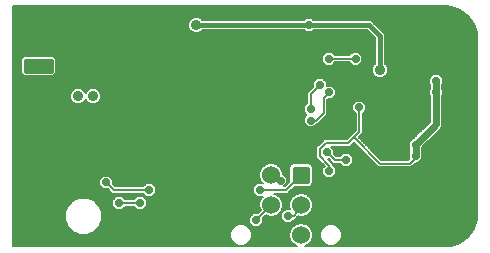
<source format=gbl>
G75*
G70*
%OFA0B0*%
%FSLAX24Y24*%
%IPPOS*%
%LPD*%
%AMOC8*
5,1,8,0,0,1.08239X$1,22.5*
%
%ADD10C,0.0180*%
%ADD11C,0.0600*%
%ADD12C,0.0150*%
%ADD13C,0.0060*%
%ADD14C,0.0278*%
%ADD15C,0.0357*%
%ADD16C,0.0240*%
%ADD17C,0.0160*%
D10*
X010164Y004586D02*
X010584Y004586D01*
X010584Y004166D01*
X010164Y004166D01*
X010164Y004586D01*
X010164Y004345D02*
X010584Y004345D01*
X010584Y004524D02*
X010164Y004524D01*
D11*
X009374Y004376D03*
X009374Y003376D03*
X010374Y003376D03*
X010374Y002376D03*
X009374Y002376D03*
D12*
X002049Y003826D02*
X002049Y004176D01*
X002049Y003826D02*
X001199Y003826D01*
X001199Y004176D01*
X002049Y004176D01*
X002049Y003975D02*
X001199Y003975D01*
X001199Y004124D02*
X002049Y004124D01*
X002049Y004826D02*
X002049Y005176D01*
X002049Y004826D02*
X001199Y004826D01*
X001199Y005176D01*
X002049Y005176D01*
X002049Y004975D02*
X001199Y004975D01*
X001199Y005124D02*
X002049Y005124D01*
X002049Y005826D02*
X002049Y006176D01*
X002049Y005826D02*
X001199Y005826D01*
X001199Y006176D01*
X002049Y006176D01*
X002049Y005975D02*
X001199Y005975D01*
X001199Y006124D02*
X002049Y006124D01*
X002049Y006826D02*
X002049Y007176D01*
X002049Y006826D02*
X001199Y006826D01*
X001199Y007176D01*
X002049Y007176D01*
X002049Y006975D02*
X001199Y006975D01*
X001199Y007124D02*
X002049Y007124D01*
X002049Y007826D02*
X002049Y008176D01*
X002049Y007826D02*
X001199Y007826D01*
X001199Y008176D01*
X002049Y008176D01*
X002049Y007975D02*
X001199Y007975D01*
X001199Y008124D02*
X002049Y008124D01*
D13*
X000754Y009996D02*
X000754Y002006D01*
X010248Y002006D01*
X010153Y002046D01*
X010043Y002155D01*
X009984Y002299D01*
X009984Y002454D01*
X010043Y002597D01*
X010153Y002707D01*
X010296Y002766D01*
X010451Y002766D01*
X010595Y002707D01*
X010704Y002597D01*
X010764Y002454D01*
X010764Y002299D01*
X010704Y002155D01*
X010595Y002046D01*
X010500Y002006D01*
X015191Y002006D01*
X015355Y002019D01*
X015668Y002121D01*
X015934Y002314D01*
X016127Y002580D01*
X016229Y002893D01*
X016242Y003057D01*
X016242Y008945D01*
X016229Y009110D01*
X016127Y009422D01*
X015934Y009688D01*
X015668Y009882D01*
X015355Y009983D01*
X015191Y009996D01*
X000754Y009996D01*
X000754Y009949D02*
X015460Y009949D01*
X015640Y009891D02*
X000754Y009891D01*
X000754Y009832D02*
X015736Y009832D01*
X015816Y009774D02*
X000754Y009774D01*
X000754Y009715D02*
X015897Y009715D01*
X015957Y009657D02*
X000754Y009657D01*
X000754Y009598D02*
X006716Y009598D01*
X006722Y009604D02*
X006646Y009528D01*
X006605Y009430D01*
X006605Y009323D01*
X006646Y009224D01*
X006722Y009149D01*
X006820Y009108D01*
X006927Y009108D01*
X007026Y009149D01*
X007083Y009206D01*
X010470Y009206D01*
X010529Y009147D01*
X010719Y009147D01*
X010778Y009206D01*
X012553Y009206D01*
X012829Y008931D01*
X012829Y008086D01*
X012771Y008028D01*
X012730Y007930D01*
X012730Y007823D01*
X012771Y007724D01*
X012847Y007649D01*
X012945Y007608D01*
X013052Y007608D01*
X013151Y007649D01*
X013226Y007724D01*
X013267Y007823D01*
X013267Y007930D01*
X013226Y008028D01*
X013169Y008086D01*
X013169Y009072D01*
X012794Y009447D01*
X012694Y009546D01*
X010778Y009546D01*
X010719Y009605D01*
X010529Y009605D01*
X010470Y009546D01*
X007083Y009546D01*
X007026Y009604D01*
X006927Y009645D01*
X006820Y009645D01*
X006722Y009604D01*
X006658Y009540D02*
X000754Y009540D01*
X000754Y009481D02*
X006627Y009481D01*
X006605Y009423D02*
X000754Y009423D01*
X000754Y009364D02*
X006605Y009364D01*
X006612Y009306D02*
X000754Y009306D01*
X000754Y009247D02*
X006637Y009247D01*
X006682Y009189D02*
X000754Y009189D01*
X000754Y009130D02*
X006766Y009130D01*
X006981Y009130D02*
X012629Y009130D01*
X012688Y009072D02*
X000754Y009072D01*
X000754Y009013D02*
X012746Y009013D01*
X012805Y008955D02*
X000754Y008955D01*
X000754Y008896D02*
X012829Y008896D01*
X012829Y008838D02*
X000754Y008838D01*
X000754Y008779D02*
X012829Y008779D01*
X012829Y008721D02*
X000754Y008721D01*
X000754Y008662D02*
X012829Y008662D01*
X012829Y008604D02*
X000754Y008604D01*
X000754Y008545D02*
X012829Y008545D01*
X012829Y008487D02*
X000754Y008487D01*
X000754Y008428D02*
X011164Y008428D01*
X011216Y008480D02*
X011082Y008346D01*
X011082Y008156D01*
X011216Y008022D01*
X011406Y008022D01*
X011515Y008131D01*
X011982Y008131D01*
X012091Y008022D01*
X012281Y008022D01*
X012415Y008156D01*
X012415Y008346D01*
X012281Y008480D01*
X012091Y008480D01*
X011982Y008371D01*
X011515Y008371D01*
X011406Y008480D01*
X011216Y008480D01*
X011106Y008370D02*
X000754Y008370D01*
X000754Y008311D02*
X001100Y008311D01*
X001130Y008341D02*
X001034Y008245D01*
X001034Y007758D01*
X001130Y007661D01*
X002117Y007661D01*
X002214Y007758D01*
X002214Y008245D01*
X002117Y008341D01*
X001130Y008341D01*
X001042Y008253D02*
X000754Y008253D01*
X000754Y008194D02*
X001034Y008194D01*
X001034Y008136D02*
X000754Y008136D01*
X000754Y008077D02*
X001034Y008077D01*
X001034Y008019D02*
X000754Y008019D01*
X000754Y007960D02*
X001034Y007960D01*
X001034Y007902D02*
X000754Y007902D01*
X000754Y007843D02*
X001034Y007843D01*
X001034Y007785D02*
X000754Y007785D01*
X000754Y007726D02*
X001065Y007726D01*
X001124Y007668D02*
X000754Y007668D01*
X000754Y007609D02*
X012942Y007609D01*
X013056Y007609D02*
X014658Y007609D01*
X014645Y007596D02*
X014645Y007406D01*
X014664Y007387D01*
X014664Y007240D01*
X014645Y007221D01*
X014645Y007031D01*
X014664Y007012D01*
X014664Y006151D01*
X014118Y005605D01*
X014091Y005605D01*
X013957Y005471D01*
X013957Y005281D01*
X013976Y005262D01*
X013976Y005115D01*
X013957Y005096D01*
X013957Y004906D01*
X013971Y004893D01*
X013949Y004871D01*
X013048Y004871D01*
X012293Y005626D01*
X012361Y005694D01*
X012431Y005764D01*
X012431Y006422D01*
X012540Y006531D01*
X012540Y006721D01*
X012406Y006855D01*
X012216Y006855D01*
X012082Y006721D01*
X012082Y006531D01*
X012191Y006422D01*
X012191Y005864D01*
X012074Y005746D01*
X012004Y005676D01*
X011887Y005559D01*
X011137Y005559D01*
X011066Y005489D01*
X010879Y005301D01*
X010879Y004952D01*
X010949Y004881D01*
X011158Y004672D01*
X011082Y004596D01*
X011082Y004406D01*
X011216Y004272D01*
X011406Y004272D01*
X011540Y004406D01*
X011540Y004596D01*
X011431Y004705D01*
X011431Y004739D01*
X011273Y004897D01*
X011308Y004897D01*
X011449Y004756D01*
X011670Y004756D01*
X011779Y004647D01*
X011969Y004647D01*
X012103Y004781D01*
X012103Y004971D01*
X011969Y005105D01*
X011779Y005105D01*
X011670Y004996D01*
X011548Y004996D01*
X011478Y005067D01*
X011478Y005221D01*
X011380Y005319D01*
X011986Y005319D01*
X012124Y005457D01*
X012949Y004631D01*
X014048Y004631D01*
X014119Y004702D01*
X014189Y004772D01*
X014281Y004772D01*
X014415Y004906D01*
X014415Y005096D01*
X014396Y005115D01*
X014396Y005262D01*
X014415Y005281D01*
X014415Y005308D01*
X014961Y005854D01*
X015084Y005977D01*
X015084Y007012D01*
X015103Y007031D01*
X015103Y007221D01*
X015084Y007240D01*
X015084Y007387D01*
X015103Y007406D01*
X015103Y007596D01*
X014969Y007730D01*
X014779Y007730D01*
X014645Y007596D01*
X014645Y007551D02*
X011148Y007551D01*
X011094Y007605D02*
X010904Y007605D01*
X010770Y007471D01*
X010770Y007317D01*
X010566Y007114D01*
X010566Y006768D01*
X010457Y006659D01*
X010457Y006469D01*
X010550Y006376D01*
X010457Y006284D01*
X010457Y006094D01*
X010591Y005960D01*
X010781Y005960D01*
X010890Y006069D01*
X010923Y006069D01*
X011173Y006319D01*
X011244Y006389D01*
X011244Y006889D01*
X011252Y006897D01*
X011406Y006897D01*
X011540Y007031D01*
X011540Y007221D01*
X011406Y007355D01*
X011228Y007355D01*
X011228Y007471D01*
X011094Y007605D01*
X011207Y007492D02*
X014645Y007492D01*
X014645Y007434D02*
X011228Y007434D01*
X011228Y007375D02*
X014664Y007375D01*
X014664Y007317D02*
X011445Y007317D01*
X011503Y007258D02*
X014664Y007258D01*
X014645Y007200D02*
X011540Y007200D01*
X011540Y007141D02*
X014645Y007141D01*
X014645Y007083D02*
X011540Y007083D01*
X011533Y007024D02*
X014652Y007024D01*
X014664Y006966D02*
X011475Y006966D01*
X011416Y006907D02*
X014664Y006907D01*
X014664Y006849D02*
X012413Y006849D01*
X012471Y006790D02*
X014664Y006790D01*
X014664Y006732D02*
X012530Y006732D01*
X012540Y006673D02*
X014664Y006673D01*
X014664Y006615D02*
X012540Y006615D01*
X012540Y006556D02*
X014664Y006556D01*
X014664Y006498D02*
X012507Y006498D01*
X012448Y006439D02*
X014664Y006439D01*
X014664Y006381D02*
X012431Y006381D01*
X012431Y006322D02*
X014664Y006322D01*
X014664Y006264D02*
X012431Y006264D01*
X012431Y006205D02*
X014664Y006205D01*
X014660Y006147D02*
X012431Y006147D01*
X012431Y006088D02*
X014601Y006088D01*
X014543Y006030D02*
X012431Y006030D01*
X012431Y005971D02*
X014484Y005971D01*
X014426Y005913D02*
X012431Y005913D01*
X012431Y005854D02*
X014367Y005854D01*
X014309Y005796D02*
X012431Y005796D01*
X012404Y005737D02*
X014250Y005737D01*
X014192Y005679D02*
X012346Y005679D01*
X012299Y005620D02*
X014133Y005620D01*
X014048Y005562D02*
X012358Y005562D01*
X012416Y005503D02*
X013989Y005503D01*
X013957Y005445D02*
X012475Y005445D01*
X012533Y005386D02*
X013957Y005386D01*
X013957Y005328D02*
X012592Y005328D01*
X012650Y005269D02*
X013969Y005269D01*
X013976Y005211D02*
X012709Y005211D01*
X012767Y005152D02*
X013976Y005152D01*
X013957Y005094D02*
X012826Y005094D01*
X012884Y005035D02*
X013957Y005035D01*
X013957Y004977D02*
X012943Y004977D01*
X013001Y004918D02*
X013957Y004918D01*
X013999Y004751D02*
X012999Y004751D01*
X012124Y005626D01*
X012311Y005814D01*
X012311Y006626D01*
X012082Y006615D02*
X011244Y006615D01*
X011244Y006673D02*
X012082Y006673D01*
X012093Y006732D02*
X011244Y006732D01*
X011244Y006790D02*
X012151Y006790D01*
X012210Y006849D02*
X011244Y006849D01*
X011124Y006939D02*
X011311Y007126D01*
X011124Y006939D02*
X011124Y006439D01*
X010874Y006189D01*
X010686Y006189D01*
X010521Y006030D02*
X000754Y006030D01*
X000754Y006088D02*
X010463Y006088D01*
X010457Y006147D02*
X000754Y006147D01*
X000754Y006205D02*
X010457Y006205D01*
X010457Y006264D02*
X000754Y006264D01*
X000754Y006322D02*
X010496Y006322D01*
X010545Y006381D02*
X000754Y006381D01*
X000754Y006439D02*
X010487Y006439D01*
X010457Y006498D02*
X000754Y006498D01*
X000754Y006556D02*
X010457Y006556D01*
X010457Y006615D02*
X000754Y006615D01*
X000754Y006673D02*
X010472Y006673D01*
X010530Y006732D02*
X000754Y006732D01*
X000754Y006790D02*
X002768Y006790D01*
X002784Y006774D02*
X002883Y006733D01*
X002990Y006733D01*
X003088Y006774D01*
X003164Y006849D01*
X003186Y006903D01*
X003209Y006849D01*
X003163Y006849D01*
X003209Y006849D02*
X003284Y006774D01*
X003383Y006733D01*
X003490Y006733D01*
X003588Y006774D01*
X003664Y006849D01*
X003705Y006948D01*
X003705Y007055D01*
X003664Y007153D01*
X003588Y007229D01*
X003490Y007270D01*
X003383Y007270D01*
X003284Y007229D01*
X003209Y007153D01*
X003186Y007099D01*
X003164Y007153D01*
X003088Y007229D01*
X002990Y007270D01*
X002883Y007270D01*
X002784Y007229D01*
X002709Y007153D01*
X002668Y007055D01*
X002668Y006948D01*
X002709Y006849D01*
X000754Y006849D01*
X000754Y006907D02*
X002685Y006907D01*
X002668Y006966D02*
X000754Y006966D01*
X000754Y007024D02*
X002668Y007024D01*
X002679Y007083D02*
X000754Y007083D01*
X000754Y007141D02*
X002704Y007141D01*
X002755Y007200D02*
X000754Y007200D01*
X000754Y007258D02*
X002855Y007258D01*
X003017Y007258D02*
X003355Y007258D01*
X003255Y007200D02*
X003117Y007200D01*
X003169Y007141D02*
X003204Y007141D01*
X003517Y007258D02*
X010711Y007258D01*
X010653Y007200D02*
X003617Y007200D01*
X003669Y007141D02*
X010594Y007141D01*
X010566Y007083D02*
X003693Y007083D01*
X003705Y007024D02*
X010566Y007024D01*
X010566Y006966D02*
X003705Y006966D01*
X003688Y006907D02*
X010566Y006907D01*
X010566Y006849D02*
X003663Y006849D01*
X003605Y006790D02*
X010566Y006790D01*
X010686Y006564D02*
X010686Y007064D01*
X010999Y007376D01*
X010770Y007375D02*
X000754Y007375D01*
X000754Y007317D02*
X010770Y007317D01*
X010770Y007434D02*
X000754Y007434D01*
X000754Y007492D02*
X010791Y007492D01*
X010849Y007551D02*
X000754Y007551D01*
X001624Y008001D02*
X001874Y008001D01*
X002214Y008019D02*
X012767Y008019D01*
X012743Y007960D02*
X002214Y007960D01*
X002214Y007902D02*
X012730Y007902D01*
X012730Y007843D02*
X002214Y007843D01*
X002214Y007785D02*
X012746Y007785D01*
X012770Y007726D02*
X002182Y007726D01*
X002124Y007668D02*
X012828Y007668D01*
X013170Y007668D02*
X014716Y007668D01*
X014775Y007726D02*
X013227Y007726D01*
X013251Y007785D02*
X016242Y007785D01*
X016242Y007843D02*
X013267Y007843D01*
X013267Y007902D02*
X016242Y007902D01*
X016242Y007960D02*
X013254Y007960D01*
X013230Y008019D02*
X016242Y008019D01*
X016242Y008077D02*
X013177Y008077D01*
X013169Y008136D02*
X016242Y008136D01*
X016242Y008194D02*
X013169Y008194D01*
X013169Y008253D02*
X016242Y008253D01*
X016242Y008311D02*
X013169Y008311D01*
X013169Y008370D02*
X016242Y008370D01*
X016242Y008428D02*
X013169Y008428D01*
X013169Y008487D02*
X016242Y008487D01*
X016242Y008545D02*
X013169Y008545D01*
X013169Y008604D02*
X016242Y008604D01*
X016242Y008662D02*
X013169Y008662D01*
X013169Y008721D02*
X016242Y008721D01*
X016242Y008779D02*
X013169Y008779D01*
X013169Y008838D02*
X016242Y008838D01*
X016242Y008896D02*
X013169Y008896D01*
X013169Y008955D02*
X016241Y008955D01*
X016236Y009013D02*
X013169Y009013D01*
X013169Y009072D02*
X016232Y009072D01*
X016222Y009130D02*
X013110Y009130D01*
X013052Y009189D02*
X016203Y009189D01*
X016184Y009247D02*
X012993Y009247D01*
X012935Y009306D02*
X016165Y009306D01*
X016146Y009364D02*
X012876Y009364D01*
X012818Y009423D02*
X016127Y009423D01*
X016084Y009481D02*
X012759Y009481D01*
X012701Y009540D02*
X016042Y009540D01*
X015999Y009598D02*
X010726Y009598D01*
X010522Y009598D02*
X007031Y009598D01*
X007066Y009189D02*
X010487Y009189D01*
X010760Y009189D02*
X012571Y009189D01*
X012333Y008428D02*
X012829Y008428D01*
X012829Y008370D02*
X012392Y008370D01*
X012415Y008311D02*
X012829Y008311D01*
X012829Y008253D02*
X012415Y008253D01*
X012415Y008194D02*
X012829Y008194D01*
X012829Y008136D02*
X012395Y008136D01*
X012336Y008077D02*
X012820Y008077D01*
X012186Y008251D02*
X011311Y008251D01*
X011082Y008253D02*
X002206Y008253D01*
X002214Y008194D02*
X011082Y008194D01*
X011103Y008136D02*
X002214Y008136D01*
X002214Y008077D02*
X011161Y008077D01*
X011082Y008311D02*
X002147Y008311D01*
X002709Y006849D02*
X002784Y006774D01*
X003105Y006790D02*
X003268Y006790D01*
X000754Y005971D02*
X010580Y005971D01*
X010793Y005971D02*
X012191Y005971D01*
X012191Y005913D02*
X000754Y005913D01*
X000754Y005854D02*
X012182Y005854D01*
X012124Y005796D02*
X000754Y005796D01*
X000754Y005737D02*
X012065Y005737D01*
X012074Y005746D02*
X012074Y005746D01*
X012007Y005679D02*
X000754Y005679D01*
X000754Y005620D02*
X011948Y005620D01*
X012004Y005676D02*
X012004Y005676D01*
X012124Y005626D02*
X011936Y005439D01*
X011186Y005439D01*
X010999Y005251D01*
X010999Y005001D01*
X011311Y004689D01*
X011311Y004501D01*
X011155Y004333D02*
X010764Y004333D01*
X010764Y004275D02*
X011214Y004275D01*
X011097Y004392D02*
X010764Y004392D01*
X010764Y004450D02*
X011082Y004450D01*
X011082Y004509D02*
X010764Y004509D01*
X010764Y004567D02*
X011082Y004567D01*
X011112Y004626D02*
X010764Y004626D01*
X010764Y004661D02*
X010658Y004766D01*
X010089Y004766D01*
X009984Y004661D01*
X009984Y004156D01*
X009824Y003996D01*
X009818Y003996D01*
X009915Y004094D01*
X009915Y004284D01*
X009781Y004418D01*
X009764Y004418D01*
X009764Y004454D01*
X009704Y004597D01*
X009595Y004707D01*
X009451Y004766D01*
X009296Y004766D01*
X009153Y004707D01*
X009043Y004597D01*
X008984Y004454D01*
X008984Y004299D01*
X009043Y004155D01*
X009093Y004105D01*
X008904Y004105D01*
X008770Y003971D01*
X008770Y003781D01*
X008904Y003647D01*
X009093Y003647D01*
X009043Y003597D01*
X008984Y003454D01*
X008984Y003299D01*
X009026Y003198D01*
X008933Y003105D01*
X008779Y003105D01*
X008645Y002971D01*
X008645Y002781D01*
X008779Y002647D01*
X008969Y002647D01*
X009103Y002781D01*
X009103Y002936D01*
X009195Y003028D01*
X009296Y002986D01*
X009451Y002986D01*
X009595Y003046D01*
X009704Y003155D01*
X009764Y003299D01*
X009764Y003454D01*
X009704Y003597D01*
X009595Y003707D01*
X009475Y003756D01*
X009923Y003756D01*
X009994Y003827D01*
X010153Y003986D01*
X010658Y003986D01*
X010764Y004092D01*
X010764Y004661D01*
X010740Y004684D02*
X011146Y004684D01*
X011088Y004743D02*
X010682Y004743D01*
X010912Y004918D02*
X000754Y004918D01*
X000754Y004860D02*
X010971Y004860D01*
X011029Y004801D02*
X000754Y004801D01*
X000754Y004743D02*
X009239Y004743D01*
X009130Y004684D02*
X000754Y004684D01*
X000754Y004626D02*
X009072Y004626D01*
X009031Y004567D02*
X000754Y004567D01*
X000754Y004509D02*
X009007Y004509D01*
X008984Y004450D02*
X000754Y004450D01*
X000754Y004392D02*
X008984Y004392D01*
X008984Y004333D02*
X003991Y004333D01*
X003969Y004355D02*
X003779Y004355D01*
X003645Y004221D01*
X003645Y004031D01*
X003779Y003897D01*
X003933Y003897D01*
X004074Y003756D01*
X005107Y003756D01*
X005216Y003647D01*
X005406Y003647D01*
X005540Y003781D01*
X005540Y003971D01*
X005406Y004105D01*
X005216Y004105D01*
X005107Y003996D01*
X004173Y003996D01*
X004103Y004067D01*
X004103Y004221D01*
X003969Y004355D01*
X004049Y004275D02*
X008994Y004275D01*
X009018Y004216D02*
X004103Y004216D01*
X004103Y004158D02*
X009042Y004158D01*
X008898Y004099D02*
X005412Y004099D01*
X005471Y004041D02*
X008839Y004041D01*
X008781Y003982D02*
X005529Y003982D01*
X005540Y003924D02*
X008770Y003924D01*
X008770Y003865D02*
X005540Y003865D01*
X005540Y003807D02*
X008770Y003807D01*
X008803Y003748D02*
X005507Y003748D01*
X005449Y003690D02*
X008861Y003690D01*
X009033Y003573D02*
X005189Y003573D01*
X005228Y003534D02*
X005094Y003668D01*
X004904Y003668D01*
X004795Y003559D01*
X004515Y003559D01*
X004406Y003668D01*
X004216Y003668D01*
X004082Y003534D01*
X004082Y003344D01*
X004216Y003210D01*
X004406Y003210D01*
X004515Y003319D01*
X004795Y003319D01*
X004904Y003210D01*
X005094Y003210D01*
X005228Y003344D01*
X005228Y003534D01*
X005228Y003514D02*
X009009Y003514D01*
X008985Y003456D02*
X005228Y003456D01*
X005228Y003397D02*
X008984Y003397D01*
X008984Y003339D02*
X005223Y003339D01*
X005164Y003280D02*
X008991Y003280D01*
X009016Y003222D02*
X005106Y003222D01*
X004892Y003222D02*
X004418Y003222D01*
X004477Y003280D02*
X004833Y003280D01*
X004999Y003439D02*
X004311Y003439D01*
X004146Y003280D02*
X003682Y003280D01*
X003706Y003222D02*
X004204Y003222D01*
X004087Y003339D02*
X003657Y003339D01*
X003651Y003354D02*
X003476Y003529D01*
X003248Y003623D01*
X003000Y003623D01*
X002771Y003529D01*
X002596Y003354D01*
X002502Y003125D01*
X002502Y002878D01*
X002596Y002649D01*
X002771Y002474D01*
X003000Y002379D01*
X003248Y002379D01*
X003476Y002474D01*
X003651Y002649D01*
X003746Y002878D01*
X003746Y003125D01*
X003651Y003354D01*
X003608Y003397D02*
X004082Y003397D01*
X004082Y003456D02*
X003549Y003456D01*
X003491Y003514D02*
X004082Y003514D01*
X004121Y003573D02*
X003370Y003573D01*
X002878Y003573D02*
X000754Y003573D01*
X000754Y003631D02*
X004180Y003631D01*
X004443Y003631D02*
X004867Y003631D01*
X004809Y003573D02*
X004501Y003573D01*
X004124Y003876D02*
X003874Y004126D01*
X003698Y004275D02*
X000754Y004275D01*
X000754Y004333D02*
X003757Y004333D01*
X003645Y004216D02*
X000754Y004216D01*
X000754Y004158D02*
X003645Y004158D01*
X003645Y004099D02*
X000754Y004099D01*
X000754Y004041D02*
X003645Y004041D01*
X003694Y003982D02*
X000754Y003982D01*
X000754Y003924D02*
X003752Y003924D01*
X003965Y003865D02*
X000754Y003865D01*
X000754Y003807D02*
X004024Y003807D01*
X004124Y003876D02*
X005311Y003876D01*
X005174Y003690D02*
X000754Y003690D01*
X000754Y003748D02*
X005115Y003748D01*
X005130Y003631D02*
X009077Y003631D01*
X008999Y003876D02*
X009874Y003876D01*
X010374Y004376D01*
X009984Y004392D02*
X009807Y004392D01*
X009764Y004450D02*
X009984Y004450D01*
X009984Y004509D02*
X009741Y004509D01*
X009717Y004567D02*
X009984Y004567D01*
X009984Y004626D02*
X009676Y004626D01*
X009617Y004684D02*
X010007Y004684D01*
X010066Y004743D02*
X009508Y004743D01*
X009499Y004376D02*
X009374Y004376D01*
X009499Y004376D02*
X009686Y004189D01*
X009862Y004041D02*
X009869Y004041D01*
X009915Y004099D02*
X009927Y004099D01*
X009915Y004158D02*
X009984Y004158D01*
X009984Y004216D02*
X009915Y004216D01*
X009915Y004275D02*
X009984Y004275D01*
X009984Y004333D02*
X009866Y004333D01*
X010149Y003982D02*
X016242Y003982D01*
X016242Y003924D02*
X010091Y003924D01*
X010032Y003865D02*
X016242Y003865D01*
X016242Y003807D02*
X009974Y003807D01*
X010136Y003690D02*
X009612Y003690D01*
X009670Y003631D02*
X010077Y003631D01*
X010043Y003597D02*
X009984Y003454D01*
X009984Y003299D01*
X010012Y003230D01*
X009841Y003230D01*
X009707Y003096D01*
X009707Y002906D01*
X009841Y002772D01*
X010031Y002772D01*
X010140Y002881D01*
X010173Y002881D01*
X010180Y002888D01*
X010190Y002890D01*
X010215Y002923D01*
X010244Y002952D01*
X010244Y002961D01*
X010270Y002997D01*
X010296Y002986D01*
X010451Y002986D01*
X010595Y003046D01*
X010704Y003155D01*
X010764Y003299D01*
X010764Y003454D01*
X010704Y003597D01*
X010595Y003707D01*
X010451Y003766D01*
X010296Y003766D01*
X010153Y003707D01*
X010043Y003597D01*
X010033Y003573D02*
X009714Y003573D01*
X009739Y003514D02*
X010009Y003514D01*
X009985Y003456D02*
X009763Y003456D01*
X009764Y003397D02*
X009984Y003397D01*
X009984Y003339D02*
X009764Y003339D01*
X009756Y003280D02*
X009991Y003280D01*
X009833Y003222D02*
X009732Y003222D01*
X009708Y003163D02*
X009774Y003163D01*
X009716Y003105D02*
X009654Y003105D01*
X009707Y003046D02*
X009595Y003046D01*
X009707Y002988D02*
X009455Y002988D01*
X009293Y002988D02*
X009155Y002988D01*
X009103Y002929D02*
X009707Y002929D01*
X009743Y002871D02*
X009103Y002871D01*
X009103Y002812D02*
X009801Y002812D01*
X009936Y003001D02*
X010124Y003001D01*
X010311Y003251D01*
X010374Y003189D01*
X010374Y003376D01*
X010654Y003105D02*
X016242Y003105D01*
X016242Y003163D02*
X010708Y003163D01*
X010732Y003222D02*
X016242Y003222D01*
X016242Y003280D02*
X010756Y003280D01*
X010764Y003339D02*
X016242Y003339D01*
X016242Y003397D02*
X010764Y003397D01*
X010763Y003456D02*
X016242Y003456D01*
X016242Y003514D02*
X010739Y003514D01*
X010714Y003573D02*
X016242Y003573D01*
X016242Y003631D02*
X010670Y003631D01*
X010612Y003690D02*
X016242Y003690D01*
X016242Y003748D02*
X010495Y003748D01*
X010253Y003748D02*
X009495Y003748D01*
X009374Y003376D02*
X008874Y002876D01*
X008645Y002871D02*
X003743Y002871D01*
X003746Y002929D02*
X008645Y002929D01*
X008661Y002988D02*
X003746Y002988D01*
X003746Y003046D02*
X008720Y003046D01*
X008778Y003105D02*
X003746Y003105D01*
X003730Y003163D02*
X008991Y003163D01*
X009075Y002754D02*
X010266Y002754D01*
X010141Y002695D02*
X009017Y002695D01*
X008731Y002695D02*
X008561Y002695D01*
X008581Y002687D02*
X008447Y002743D01*
X008301Y002743D01*
X008166Y002687D01*
X008063Y002584D01*
X008008Y002449D01*
X008008Y002304D01*
X008063Y002169D01*
X008166Y002066D01*
X008301Y002010D01*
X008447Y002010D01*
X008581Y002066D01*
X008684Y002169D01*
X010038Y002169D01*
X010013Y002227D02*
X008708Y002227D01*
X008684Y002169D02*
X008740Y002304D01*
X008740Y002449D01*
X008684Y002584D01*
X008581Y002687D01*
X008631Y002637D02*
X010083Y002637D01*
X010035Y002578D02*
X008686Y002578D01*
X008711Y002520D02*
X010011Y002520D01*
X009987Y002461D02*
X008735Y002461D01*
X008740Y002403D02*
X009984Y002403D01*
X009984Y002344D02*
X008740Y002344D01*
X008733Y002286D02*
X009989Y002286D01*
X010088Y002110D02*
X008626Y002110D01*
X008547Y002052D02*
X010147Y002052D01*
X010601Y002052D02*
X011200Y002052D01*
X011166Y002066D02*
X011301Y002010D01*
X011447Y002010D01*
X011581Y002066D01*
X011684Y002169D01*
X015734Y002169D01*
X015814Y002227D02*
X011708Y002227D01*
X011684Y002169D02*
X011740Y002304D01*
X011740Y002449D01*
X011684Y002584D01*
X011581Y002687D01*
X011447Y002743D01*
X011301Y002743D01*
X011166Y002687D01*
X011063Y002584D01*
X011008Y002449D01*
X011008Y002304D01*
X011063Y002169D01*
X011166Y002066D01*
X011122Y002110D02*
X010659Y002110D01*
X010710Y002169D02*
X011063Y002169D01*
X011039Y002227D02*
X010734Y002227D01*
X010758Y002286D02*
X011015Y002286D01*
X011008Y002344D02*
X010764Y002344D01*
X010764Y002403D02*
X011008Y002403D01*
X011013Y002461D02*
X010761Y002461D01*
X010736Y002520D02*
X011037Y002520D01*
X011061Y002578D02*
X010712Y002578D01*
X010665Y002637D02*
X011116Y002637D01*
X011187Y002695D02*
X010606Y002695D01*
X010481Y002754D02*
X016184Y002754D01*
X016203Y002812D02*
X010071Y002812D01*
X010130Y002871D02*
X016222Y002871D01*
X016232Y002929D02*
X010221Y002929D01*
X010264Y002988D02*
X010293Y002988D01*
X010455Y002988D02*
X016236Y002988D01*
X016241Y003046D02*
X010595Y003046D01*
X011561Y002695D02*
X016165Y002695D01*
X016146Y002637D02*
X011631Y002637D01*
X011686Y002578D02*
X016126Y002578D01*
X016083Y002520D02*
X011711Y002520D01*
X011735Y002461D02*
X016041Y002461D01*
X015998Y002403D02*
X011740Y002403D01*
X011740Y002344D02*
X015956Y002344D01*
X015895Y002286D02*
X011733Y002286D01*
X011626Y002110D02*
X015635Y002110D01*
X015455Y002052D02*
X011547Y002052D01*
X010713Y004041D02*
X016242Y004041D01*
X016242Y004099D02*
X010764Y004099D01*
X010764Y004158D02*
X016242Y004158D01*
X016242Y004216D02*
X010764Y004216D01*
X011409Y004275D02*
X016242Y004275D01*
X016242Y004333D02*
X011467Y004333D01*
X011526Y004392D02*
X016242Y004392D01*
X016242Y004450D02*
X011540Y004450D01*
X011540Y004509D02*
X016242Y004509D01*
X016242Y004567D02*
X011540Y004567D01*
X011511Y004626D02*
X016242Y004626D01*
X016242Y004684D02*
X014101Y004684D01*
X014160Y004743D02*
X016242Y004743D01*
X016242Y004801D02*
X014310Y004801D01*
X014369Y004860D02*
X016242Y004860D01*
X016242Y004918D02*
X014415Y004918D01*
X014415Y004977D02*
X016242Y004977D01*
X016242Y005035D02*
X014415Y005035D01*
X014415Y005094D02*
X016242Y005094D01*
X016242Y005152D02*
X014396Y005152D01*
X014396Y005211D02*
X016242Y005211D01*
X016242Y005269D02*
X014403Y005269D01*
X014435Y005328D02*
X016242Y005328D01*
X016242Y005386D02*
X014493Y005386D01*
X014552Y005445D02*
X016242Y005445D01*
X016242Y005503D02*
X014610Y005503D01*
X014669Y005562D02*
X016242Y005562D01*
X016242Y005620D02*
X014727Y005620D01*
X014786Y005679D02*
X016242Y005679D01*
X016242Y005737D02*
X014844Y005737D01*
X014903Y005796D02*
X016242Y005796D01*
X016242Y005854D02*
X014961Y005854D01*
X015020Y005913D02*
X016242Y005913D01*
X016242Y005971D02*
X015078Y005971D01*
X015084Y006030D02*
X016242Y006030D01*
X016242Y006088D02*
X015084Y006088D01*
X015084Y006147D02*
X016242Y006147D01*
X016242Y006205D02*
X015084Y006205D01*
X015084Y006264D02*
X016242Y006264D01*
X016242Y006322D02*
X015084Y006322D01*
X015084Y006381D02*
X016242Y006381D01*
X016242Y006439D02*
X015084Y006439D01*
X015084Y006498D02*
X016242Y006498D01*
X016242Y006556D02*
X015084Y006556D01*
X015084Y006615D02*
X016242Y006615D01*
X016242Y006673D02*
X015084Y006673D01*
X015084Y006732D02*
X016242Y006732D01*
X016242Y006790D02*
X015084Y006790D01*
X015084Y006849D02*
X016242Y006849D01*
X016242Y006907D02*
X015084Y006907D01*
X015084Y006966D02*
X016242Y006966D01*
X016242Y007024D02*
X015096Y007024D01*
X015103Y007083D02*
X016242Y007083D01*
X016242Y007141D02*
X015103Y007141D01*
X015103Y007200D02*
X016242Y007200D01*
X016242Y007258D02*
X015084Y007258D01*
X015084Y007317D02*
X016242Y007317D01*
X016242Y007375D02*
X015084Y007375D01*
X015103Y007434D02*
X016242Y007434D01*
X016242Y007492D02*
X015103Y007492D01*
X015103Y007551D02*
X016242Y007551D01*
X016242Y007609D02*
X015090Y007609D01*
X015031Y007668D02*
X016242Y007668D01*
X016242Y007726D02*
X014973Y007726D01*
X014874Y007564D02*
X014874Y007501D01*
X014186Y005376D02*
X014186Y004939D01*
X013999Y004751D01*
X012896Y004684D02*
X012006Y004684D01*
X012064Y004743D02*
X012838Y004743D01*
X012779Y004801D02*
X012103Y004801D01*
X012103Y004860D02*
X012721Y004860D01*
X012662Y004918D02*
X012103Y004918D01*
X012097Y004977D02*
X012604Y004977D01*
X012545Y005035D02*
X012039Y005035D01*
X011980Y005094D02*
X012487Y005094D01*
X012428Y005152D02*
X011478Y005152D01*
X011478Y005094D02*
X011767Y005094D01*
X011709Y005035D02*
X011509Y005035D01*
X011499Y004876D02*
X011249Y005126D01*
X011430Y005269D02*
X012311Y005269D01*
X012370Y005211D02*
X011478Y005211D01*
X011081Y005503D02*
X000754Y005503D01*
X000754Y005445D02*
X011023Y005445D01*
X010964Y005386D02*
X000754Y005386D01*
X000754Y005328D02*
X010906Y005328D01*
X010879Y005269D02*
X000754Y005269D01*
X000754Y005211D02*
X010879Y005211D01*
X010879Y005152D02*
X000754Y005152D01*
X000754Y005094D02*
X010879Y005094D01*
X010879Y005035D02*
X000754Y005035D01*
X000754Y004977D02*
X010879Y004977D01*
X011310Y004860D02*
X011346Y004860D01*
X011368Y004801D02*
X011404Y004801D01*
X011427Y004743D02*
X011683Y004743D01*
X011742Y004684D02*
X011452Y004684D01*
X011499Y004876D02*
X011874Y004876D01*
X011995Y005328D02*
X012253Y005328D01*
X012194Y005386D02*
X012053Y005386D01*
X012112Y005445D02*
X012136Y005445D01*
X011890Y005562D02*
X000754Y005562D01*
X000754Y003514D02*
X002757Y003514D01*
X002698Y003456D02*
X000754Y003456D01*
X000754Y003397D02*
X002640Y003397D01*
X002590Y003339D02*
X000754Y003339D01*
X000754Y003280D02*
X002566Y003280D01*
X002542Y003222D02*
X000754Y003222D01*
X000754Y003163D02*
X002517Y003163D01*
X002502Y003105D02*
X000754Y003105D01*
X000754Y003046D02*
X002502Y003046D01*
X002502Y002988D02*
X000754Y002988D01*
X000754Y002929D02*
X002502Y002929D01*
X002504Y002871D02*
X000754Y002871D01*
X000754Y002812D02*
X002529Y002812D01*
X002553Y002754D02*
X000754Y002754D01*
X000754Y002695D02*
X002577Y002695D01*
X002608Y002637D02*
X000754Y002637D01*
X000754Y002578D02*
X002667Y002578D01*
X002725Y002520D02*
X000754Y002520D01*
X000754Y002461D02*
X002802Y002461D01*
X002943Y002403D02*
X000754Y002403D01*
X000754Y002344D02*
X008008Y002344D01*
X008015Y002286D02*
X000754Y002286D01*
X000754Y002227D02*
X008039Y002227D01*
X008063Y002169D02*
X000754Y002169D01*
X000754Y002110D02*
X008122Y002110D01*
X008200Y002052D02*
X000754Y002052D01*
X003305Y002403D02*
X008008Y002403D01*
X008013Y002461D02*
X003446Y002461D01*
X003522Y002520D02*
X008037Y002520D01*
X008061Y002578D02*
X003581Y002578D01*
X003639Y002637D02*
X008116Y002637D01*
X008187Y002695D02*
X003670Y002695D01*
X003695Y002754D02*
X008672Y002754D01*
X008645Y002812D02*
X003719Y002812D01*
X004129Y004041D02*
X005152Y004041D01*
X005210Y004099D02*
X004103Y004099D01*
X010851Y006030D02*
X012191Y006030D01*
X012191Y006088D02*
X010943Y006088D01*
X011001Y006147D02*
X012191Y006147D01*
X012191Y006205D02*
X011060Y006205D01*
X011118Y006264D02*
X012191Y006264D01*
X012191Y006322D02*
X011177Y006322D01*
X011235Y006381D02*
X012191Y006381D01*
X012174Y006439D02*
X011244Y006439D01*
X011244Y006498D02*
X012116Y006498D01*
X012082Y006556D02*
X011244Y006556D01*
X011461Y008077D02*
X012036Y008077D01*
X012039Y008428D02*
X011458Y008428D01*
D14*
X011311Y008251D03*
X012186Y008251D03*
X012124Y009001D03*
X013124Y009751D03*
X014936Y009751D03*
X015999Y008564D03*
X014561Y008064D03*
X014874Y007501D03*
X014874Y007126D03*
X015436Y006626D03*
X015999Y007251D03*
X014499Y006439D03*
X013811Y006439D03*
X013436Y006439D03*
X012999Y006314D03*
X012311Y006626D03*
X012624Y007251D03*
X013374Y007501D03*
X013811Y007501D03*
X011311Y007126D03*
X010999Y007376D03*
X010686Y006564D03*
X010686Y006189D03*
X011249Y005126D03*
X011874Y004876D03*
X012374Y004939D03*
X012374Y004564D03*
X013061Y004501D03*
X013561Y003939D03*
X014186Y005001D03*
X014186Y005376D03*
X013561Y005126D03*
X013186Y005126D03*
X011311Y004501D03*
X009686Y004189D03*
X008999Y003876D03*
X008374Y004626D03*
X007374Y004626D03*
X006374Y004626D03*
X005311Y003876D03*
X004999Y003439D03*
X004311Y003439D03*
X003874Y004126D03*
X003624Y002189D03*
X005311Y002189D03*
X007249Y003189D03*
X007624Y003189D03*
X008874Y002876D03*
X008874Y002189D03*
X009811Y002189D03*
X009936Y003001D03*
X011936Y002189D03*
X013311Y002189D03*
X015374Y002689D03*
X015749Y002689D03*
X015999Y004126D03*
X015374Y004439D03*
X015374Y004814D03*
X015999Y005564D03*
X010624Y009376D03*
X010124Y009001D03*
X011124Y009751D03*
X009124Y009751D03*
X008186Y009751D03*
X007624Y008939D03*
X007624Y008501D03*
X006374Y009751D03*
X004936Y009814D03*
X004499Y008939D03*
X003874Y008939D03*
X003186Y008939D03*
X002686Y008939D03*
X001811Y009814D03*
X000936Y008689D03*
X000936Y006501D03*
X000936Y005501D03*
X000999Y003439D03*
X001686Y002189D03*
X006374Y005626D03*
X007374Y005626D03*
X008374Y005626D03*
X008374Y006626D03*
X007374Y006626D03*
X006374Y006626D03*
X003561Y009814D03*
D15*
X001874Y008001D03*
X001374Y008001D03*
X002936Y007001D03*
X003436Y007001D03*
X003436Y005939D03*
X002936Y005939D03*
X006874Y009376D03*
X012999Y007876D03*
D16*
X014874Y007501D02*
X014874Y007126D01*
X014874Y006064D01*
X014186Y005376D01*
X014186Y005001D01*
D17*
X012999Y007876D02*
X012999Y009001D01*
X012624Y009376D01*
X010624Y009376D01*
X006874Y009376D01*
M02*

</source>
